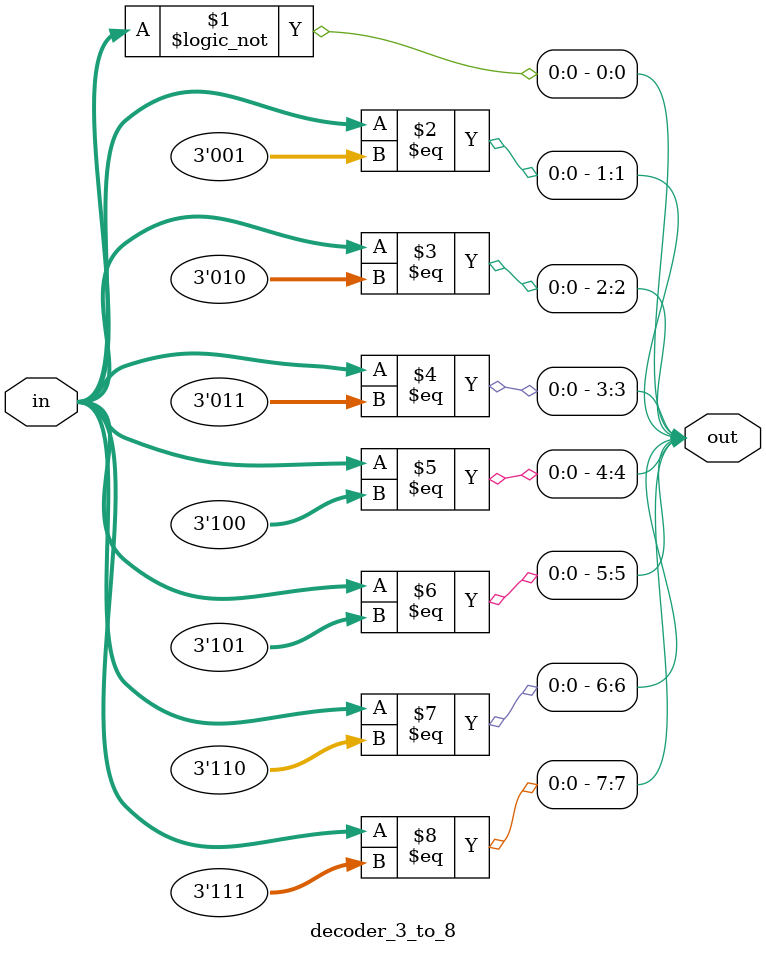
<source format=v>
module decoder_3_to_8
(
    input wire  [2:0] in,
    output wire [7:0] out
);



generate
    genvar i;

    for(i = 3'b0; i < 8; i = i + 1) begin
        assign out[i] = (in == i);
    end

endgenerate


endmodule
</source>
